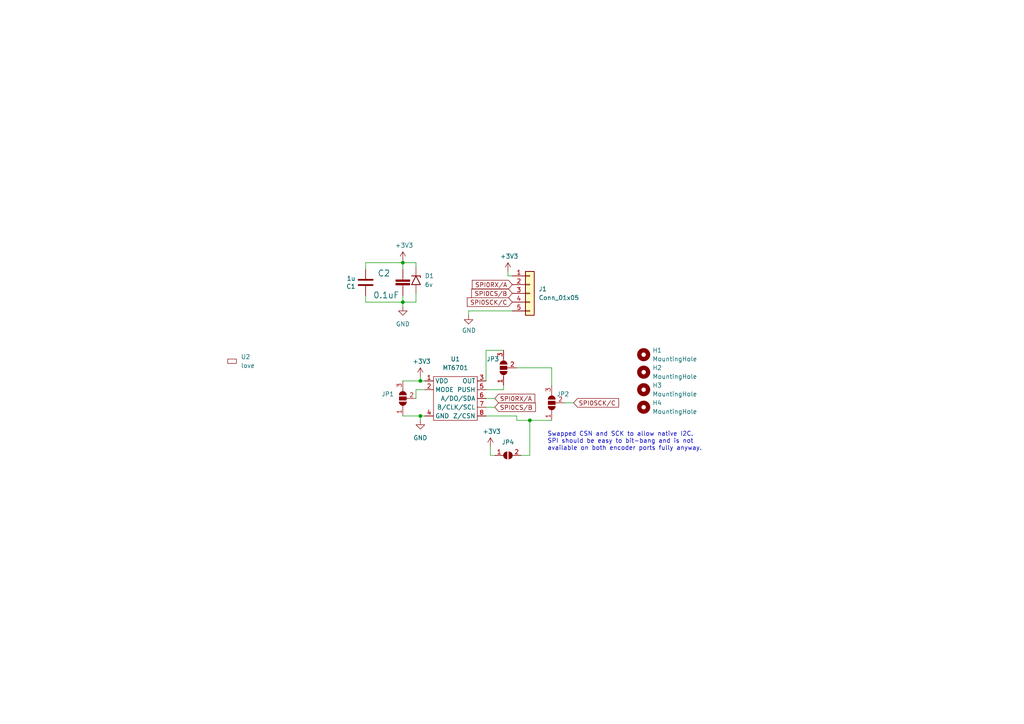
<source format=kicad_sch>
(kicad_sch (version 20211123) (generator eeschema)
  (paper "A4")
  (lib_symbols
    (symbol "Connector_Generic:Conn_01x05" (pin_names (offset 1.016) hide)
      (property "Reference" "J" (at 0 7.62 0))
      (property "Value" "Conn_01x05" (at 0 -7.62 0))
      (symbol "Conn_01x05_1_1"
        (rectangle (start -1.27 -4.953) (end 0 -5.207) (stroke (width 0.1524)))
        (rectangle (start -1.27 -2.413) (end 0 -2.667) (stroke (width 0.1524)))
        (rectangle (start -1.27 0.127) (end 0 -0.127) (stroke (width 0.1524)))
        (rectangle (start -1.27 2.667) (end 0 2.413) (stroke (width 0.1524)))
        (rectangle (start -1.27 5.207) (end 0 4.953) (stroke (width 0.1524)))
        (rectangle (start -1.27 6.35) (end 1.27 -6.35) (stroke (width 0.254)) (fill (type background)))
        (pin passive line (at -5.08 5.08 0) (length 3.81) (name "Pin_1") (number "1"))
        (pin passive line (at -5.08 2.54 0) (length 3.81) (name "Pin_2") (number "2"))
        (pin passive line (at -5.08 0 0) (length 3.81) (name "Pin_3") (number "3"))
        (pin passive line (at -5.08 -2.54 0) (length 3.81) (name "Pin_4") (number "4"))
        (pin passive line (at -5.08 -5.08 0) (length 3.81) (name "Pin_5") (number "5"))
      )
    )
    (symbol "Device:C" (pin_numbers hide) (pin_names (offset 0.254))
      (property "Reference" "C" (at 0.635 2.54 0))
      (property "Value" "C" (at 0.635 -2.54 0))
      (symbol "C_0_1"
        (polyline (pts (xy -2.032 -0.762) (xy 2.032 -0.762)) (stroke (width 0.508)))
        (polyline (pts (xy -2.032 0.762) (xy 2.032 0.762)) (stroke (width 0.508)))
      )
      (symbol "C_1_1"
        (pin passive line (at 0 3.81 270) (length 2.794) (name "~") (number "1"))
        (pin passive line (at 0 -3.81 90) (length 2.794) (name "~") (number "2"))
      )
    )
    (symbol "Diode:1.5KExxA" (pin_numbers hide) (pin_names (offset 1.016) hide)
      (property "Reference" "D" (at 0 2.54 0))
      (property "Value" "1.5KExxA" (at 0 -2.54 0))
      (symbol "1.5KExxA_0_1"
        (polyline (pts (xy -0.762 1.27) (xy -1.27 1.27) (xy -1.27 -1.27)) (stroke (width 0.254)))
        (polyline (pts (xy 1.27 1.27) (xy 1.27 -1.27) (xy -1.27 0) (xy 1.27 1.27)) (stroke (width 0.254)))
      )
      (symbol "1.5KExxA_1_1"
        (pin passive line (at -3.81 0 0) (length 2.54) (name "A1") (number "1"))
        (pin passive line (at 3.81 0 180) (length 2.54) (name "A2") (number "2"))
      )
    )
    (symbol "Jumper:SolderJumper_2_Open" (pin_names (offset 0) hide)
      (property "Reference" "JP" (at 0 2.032 0))
      (property "Value" "SolderJumper_2_Open" (at 0 -2.54 0))
      (symbol "SolderJumper_2_Open_0_1"
        (arc (start -0.254 1.016) (mid -1.27 0) (end -0.254 -1.016))
        (arc (start -0.254 1.016) (mid -1.27 0) (end -0.254 -1.016) (fill (type outline)))
        (polyline (pts (xy -0.254 1.016) (xy -0.254 -1.016)))
        (polyline (pts (xy 0.254 1.016) (xy 0.254 -1.016)))
        (arc (start 0.254 -1.016) (mid 1.27 0) (end 0.254 1.016))
        (arc (start 0.254 -1.016) (mid 1.27 0) (end 0.254 1.016) (fill (type outline)))
      )
      (symbol "SolderJumper_2_Open_1_1"
        (pin passive line (at -3.81 0 0) (length 2.54) (name "A") (number "1"))
        (pin passive line (at 3.81 0 180) (length 2.54) (name "B") (number "2"))
      )
    )
    (symbol "Jumper:SolderJumper_3_Open" (pin_names (offset 0) hide)
      (property "Reference" "JP" (at -2.54 -2.54 0))
      (property "Value" "SolderJumper_3_Open" (at 0 2.794 0))
      (symbol "SolderJumper_3_Open_0_1"
        (arc (start -1.016 1.016) (mid -2.032 0) (end -1.016 -1.016))
        (arc (start -1.016 1.016) (mid -2.032 0) (end -1.016 -1.016) (fill (type outline)))
        (rectangle (start -0.508 1.016) (end 0.508 -1.016) (fill (type outline)))
        (polyline (pts (xy -2.54 0) (xy -2.032 0)))
        (polyline (pts (xy -1.016 1.016) (xy -1.016 -1.016)))
        (polyline (pts (xy 0 -1.27) (xy 0 -1.016)))
        (polyline (pts (xy 1.016 1.016) (xy 1.016 -1.016)))
        (polyline (pts (xy 2.54 0) (xy 2.032 0)))
        (arc (start 1.016 -1.016) (mid 2.032 0) (end 1.016 1.016))
        (arc (start 1.016 -1.016) (mid 2.032 0) (end 1.016 1.016) (fill (type outline)))
      )
      (symbol "SolderJumper_3_Open_1_1"
        (pin passive line (at -5.08 0 0) (length 2.54) (name "A") (number "1"))
        (pin input line (at 0 -3.81 90) (length 2.54) (name "C") (number "2"))
        (pin passive line (at 5.08 0 180) (length 2.54) (name "B") (number "3"))
      )
    )
    (symbol "Mechanical:MountingHole" (pin_names (offset 1.016))
      (property "Reference" "H" (at 0 5.08 0))
      (property "Value" "MountingHole" (at 0 3.175 0))
      (symbol "MountingHole_0_1"
        (circle (center 0 0) (radius 1.27) (stroke (width 1.27)))
      )
    )
    (symbol "MotorController:SPARKFUN-CAPACITORS_CAP" (pin_numbers hide) (pin_names (offset 1.016) hide)
      (property "Reference" "C" (at 1.524 2.921 0))
      (property "Value" "SPARKFUN-CAPACITORS_CAP" (at 1.524 -2.159 0))
      (symbol "SPARKFUN-CAPACITORS_CAP_1_0"
        (polyline (pts (xy 0 0) (xy 0 0.508)))
        (polyline (pts (xy 0 2.54) (xy 0 2.032)))
      )
      (symbol "SPARKFUN-CAPACITORS_CAP_1_1"
        (rectangle (start -2.032 0.508) (end 2.032 1.016) (fill (type outline)))
        (rectangle (start -2.032 1.524) (end 2.032 2.032) (fill (type outline)))
        (pin passive line (at 0 5.08 270) (length 2.54) (name "1") (number "1"))
        (pin passive line (at 0 -2.54 90) (length 2.54) (name "2") (number "2"))
      )
    )
    (symbol "encoder_parts:MT6701"
      (property "Reference" "U" (at 3.81 7.62 0))
      (property "Value" "MT6701" (at -3.81 7.62 0))
      (symbol "MT6701_0_0"
        (pin power_in line (at -10.16 5.08 0) (length 2.54) (name "VDD") (number "1"))
        (pin input line (at -10.16 2.54 0) (length 2.54) (name "MODE") (number "2"))
        (pin output line (at 7.62 5.08 180) (length 2.54) (name "OUT") (number "3"))
        (pin power_in line (at -10.16 -5.08 0) (length 2.54) (name "GND") (number "4"))
        (pin output line (at 7.62 2.54 180) (length 2.54) (name "PUSH") (number "5"))
        (pin output line (at 7.62 0 180) (length 2.54) (name "A/DO/SDA") (number "6"))
        (pin output line (at 7.62 -2.54 180) (length 2.54) (name "B/CLK/SCL") (number "7"))
        (pin output line (at 7.62 -5.08 180) (length 2.54) (name "Z/CSN") (number "8"))
      )
      (symbol "MT6701_0_1"
        (rectangle (start -7.62 6.35) (end 5.08 -6.35) (stroke (width 0.1524)))
      )
    )
    (symbol "encoder_parts:love"
      (property "Reference" "U" (at -1.27 2.54 0))
      (property "Value" "love" (at 0 -1.27 0))
      (symbol "love_0_1"
        (rectangle (start -1.27 1.27) (end 1.27 0) (stroke (width 0.1524)))
      )
    )
    (symbol "power:+3V3" (power) (pin_names (offset 0))
      (property "Value" "+3V3" (at 0 3.556 0))
      (symbol "+3V3_0_1"
        (polyline (pts (xy -0.762 1.27) (xy 0 2.54)))
        (polyline (pts (xy 0 0) (xy 0 2.54)))
        (polyline (pts (xy 0 2.54) (xy 0.762 1.27)))
      )
      (symbol "+3V3_1_1"
        (pin power_in line (at 0 0 90) (length 0) hide (name "+3V3") (number "1"))
      )
    )
    (symbol "power:GND" (power) (pin_names (offset 0))
      (property "Value" "GND" (at 0 -3.81 0))
      (symbol "GND_0_1"
        (polyline (pts (xy 0 0) (xy 0 -1.27) (xy 1.27 -1.27) (xy 0 -2.54) (xy -1.27 -1.27) (xy 0 -1.27)))
      )
      (symbol "GND_1_1"
        (pin power_in line (at 0 0 270) (length 0) hide (name "GND") (number "1"))
      )
    )
  )
  (junction (at 153.67 121.92))
  (junction (at 121.92 120.65))
  (junction (at 116.84 76.2))
  (junction (at 121.92 110.49))
  (junction (at 116.84 87.63))
  (wire (pts (xy 123.19 120.65) (xy 121.92 120.65)))
  (wire (pts (xy 121.92 110.49) (xy 121.92 109.22)))
  (wire (pts (xy 140.97 110.49) (xy 140.97 101.6)))
  (wire (pts (xy 123.19 110.49) (xy 121.92 110.49)))
  (wire (pts (xy 160.02 106.68) (xy 160.02 111.76)))
  (wire (pts (xy 120.65 87.63) (xy 120.65 85.09)))
  (wire (pts (xy 116.84 87.63) (xy 120.65 87.63)))
  (wire (pts (xy 149.86 106.68) (xy 160.02 106.68)))
  (wire (pts (xy 120.65 113.03) (xy 120.65 115.57)))
  (wire (pts (xy 116.84 76.2) (xy 116.84 78.105)))
  (wire (pts (xy 140.97 113.03) (xy 146.05 113.03)))
  (wire (pts (xy 116.84 85.725) (xy 116.84 87.63)))
  (wire (pts (xy 140.97 118.11) (xy 143.51 118.11)))
  (wire (pts (xy 120.65 113.03) (xy 123.19 113.03)))
  (wire (pts (xy 146.05 113.03) (xy 146.05 111.76)))
  (wire (pts (xy 116.84 120.65) (xy 121.92 120.65)))
  (wire (pts (xy 116.84 75.565) (xy 116.84 76.2)))
  (wire (pts (xy 135.89 90.17) (xy 148.59 90.17)))
  (wire (pts (xy 135.89 90.17) (xy 135.89 91.44)))
  (wire (pts (xy 153.67 121.92) (xy 160.02 121.92)))
  (wire (pts (xy 140.97 101.6) (xy 146.05 101.6)))
  (wire (pts (xy 120.65 77.47) (xy 120.65 76.2)))
  (wire (pts (xy 121.92 120.65) (xy 121.92 121.92)))
  (wire (pts (xy 116.84 110.49) (xy 121.92 110.49)))
  (wire (pts (xy 149.86 120.65) (xy 149.86 121.92)))
  (wire (pts (xy 151.13 132.08) (xy 153.67 132.08)))
  (wire (pts (xy 106.045 76.2) (xy 106.045 78.105)))
  (wire (pts (xy 116.84 76.2) (xy 120.65 76.2)))
  (wire (pts (xy 163.83 116.84) (xy 166.37 116.84)))
  (wire (pts (xy 148.59 80.01) (xy 147.32 80.01)))
  (wire (pts (xy 140.97 115.57) (xy 143.51 115.57)))
  (wire (pts (xy 116.84 87.63) (xy 116.84 88.9)))
  (wire (pts (xy 140.97 120.65) (xy 149.86 120.65)))
  (wire (pts (xy 106.045 87.63) (xy 116.84 87.63)))
  (wire (pts (xy 142.24 132.08) (xy 142.24 129.54)))
  (wire (pts (xy 116.84 76.2) (xy 106.045 76.2)))
  (wire (pts (xy 143.51 132.08) (xy 142.24 132.08)))
  (wire (pts (xy 106.045 85.725) (xy 106.045 87.63)))
  (wire (pts (xy 147.32 80.01) (xy 147.32 78.74)))
  (wire (pts (xy 149.86 121.92) (xy 153.67 121.92)))
  (wire (pts (xy 153.67 132.08) (xy 153.67 121.92)))
  (text "Swapped CSN and SCK to allow native I2C.\nSPI should be easy to bit-bang and is not\navailable on both encoder ports fully anyway." (at 158.75 130.81 0) (effects (font (size 1.27 1.27)) (justify left bottom)))
  (global_label "SPI0CS{slash}B" (shape input) (at 143.51 118.11 0) (property "Intersheet References" "${INTERSHEET_REFS}" (effects hide)))
  (global_label "SPI0SCK{slash}C" (shape input) (at 166.37 116.84 0) (property "Intersheet References" "${INTERSHEET_REFS}" (effects hide)))
  (global_label "SPI0RX{slash}A" (shape input) (at 148.59 82.55 180) (property "Intersheet References" "${INTERSHEET_REFS}" (effects hide)))
  (global_label "SPI0CS{slash}B" (shape input) (at 148.59 85.09 180) (property "Intersheet References" "${INTERSHEET_REFS}" (effects hide)))
  (global_label "SPI0SCK{slash}C" (shape input) (at 148.59 87.63 180) (property "Intersheet References" "${INTERSHEET_REFS}" (effects hide)))
  (global_label "SPI0RX{slash}A" (shape input) (at 143.51 115.57 0) (property "Intersheet References" "${INTERSHEET_REFS}" (effects hide)))
  (symbol (lib_id "Mechanical:MountingHole") (at 186.69 118.11 0) (unit 1) (in_bom no)
    (property "Reference" "H4" (at 189.23 116.8399 0) (effects (justify left)))
    (property "Value" "MountingHole" (at 189.23 119.3799 0) (effects (justify left)))
    (property "Footprint" "parts:MountingHole_3.1mm" (effects hide))
  )
  (symbol (lib_id "Jumper:SolderJumper_3_Open") (at 160.02 116.84 90) (unit 1) (in_bom no)
    (property "Reference" "JP2" (at 165.1 114.2999 90) (effects (justify left)))
    (property "Value" "SolderJumper_3_Open" (effects hide))
    (property "Footprint" "Jumper:SolderJumper-3_P1.3mm_Open_RoundedPad1.0x1.5mm_NumberLabels" (effects hide))
  )
  (symbol (lib_id "Jumper:SolderJumper_3_Open") (at 146.05 106.68 90) (unit 1) (in_bom no)
    (property "Reference" "JP3" (at 144.78 104.1399 90) (effects (justify left)))
    (property "Value" "SolderJumper_3_Open" (effects hide))
    (property "Footprint" "Jumper:SolderJumper-3_P1.3mm_Open_RoundedPad1.0x1.5mm_NumberLabels" (effects hide))
  )
  (symbol (lib_id "power:GND") (at 116.84 88.9 0) (unit 1)
    (property "Reference" "#PWR02" (effects hide))
    (property "Value" "GND" (at 116.84 93.98 0))
  )
  (symbol (lib_id "Diode:1.5KExxA") (at 120.65 81.28 270) (unit 1)
    (property "Reference" "D1" (at 123.19 80.0099 90) (effects (justify left)))
    (property "Value" "6v" (at 123.19 82.5499 90) (effects (justify left)))
    (property "Footprint" "Diode_SMD:D_SOD-123F" (effects hide))
    (property "LCSC" "C2922753" (effects hide))
  )
  (symbol (lib_id "Connector_Generic:Conn_01x05") (at 153.67 85.09 0) (unit 1)
    (property "Reference" "J1" (at 156.21 83.8199 0) (effects (justify left)))
    (property "Value" "Conn_01x05" (at 156.21 86.3599 0) (effects (justify left)))
    (property "Footprint" "parts:Molex_KK-254_1x05_P2.54mm_Horizontal" (effects hide))
    (property "Datasheet" "https://datasheet.lcsc.com/lcsc/1810221710_BOOMELE-Boom-Precision-Elec-C45012_C45012.pdf" (effects hide))
    (property "LCSC" "C61410" (effects hide))
  )
  (symbol (lib_id "encoder_parts:MT6701") (at 133.35 115.57 0) (unit 1)
    (property "Reference" "U1" (at 132.08 104.14 0))
    (property "Value" "MT6701" (at 132.08 106.68 0))
    (property "Footprint" "Package_SO:SO-8_3.9x4.9mm_P1.27mm" (effects hide))
    (property "LCSC" "C2856764" (effects hide))
  )
  (symbol (lib_id "power:GND") (at 121.92 121.92 0) (unit 1)
    (property "Reference" "#PWR04" (effects hide))
    (property "Value" "GND" (at 121.92 127 0))
  )
  (symbol (lib_id "Jumper:SolderJumper_2_Open") (at 147.32 132.08 0) (unit 1) (in_bom no)
    (property "Reference" "JP4" (at 147.32 128.27 0))
    (property "Value" "SolderJumper_2_Open" (effects hide))
    (property "Footprint" "Jumper:SolderJumper-2_P1.3mm_Open_RoundedPad1.0x1.5mm" (effects hide))
  )
  (symbol (lib_id "power:GND") (at 135.89 91.44 0) (unit 1)
    (property "Reference" "#PWR05" (effects hide))
    (property "Value" "GND" (at 136.017 95.8342 0))
  )
  (symbol (lib_id "Mechanical:MountingHole") (at 186.69 107.95 0) (unit 1) (in_bom no)
    (property "Reference" "H2" (at 189.23 106.6799 0) (effects (justify left)))
    (property "Value" "MountingHole" (at 189.23 109.2199 0) (effects (justify left)))
    (property "Footprint" "parts:MountingHole_3.1mm" (effects hide))
  )
  (symbol (lib_id "power:+3V3") (at 147.32 78.74 0) (unit 1)
    (property "Reference" "#PWR06" (effects hide))
    (property "Value" "+3V3" (at 147.701 74.3458 0))
  )
  (symbol (lib_id "Mechanical:MountingHole") (at 186.69 113.03 0) (unit 1) (in_bom no)
    (property "Reference" "H3" (at 189.23 111.7599 0) (effects (justify left)))
    (property "Value" "MountingHole" (at 189.23 114.2999 0) (effects (justify left)))
    (property "Footprint" "parts:MountingHole_3.1mm" (effects hide))
  )
  (symbol (lib_id "Mechanical:MountingHole") (at 186.69 102.87 0) (unit 1) (in_bom no)
    (property "Reference" "H1" (at 189.23 101.5999 0) (effects (justify left)))
    (property "Value" "MountingHole" (at 189.23 104.1399 0) (effects (justify left)))
    (property "Footprint" "parts:MountingHole_3.1mm" (effects hide))
  )
  (symbol (lib_id "power:+3V3") (at 142.24 129.54 0) (unit 1)
    (property "Reference" "#PWR0101" (effects hide))
    (property "Value" "+3V3" (at 142.621 125.1458 0))
  )
  (symbol (lib_id "encoder_parts:love") (at 67.31 105.41 0) (unit 1)
    (property "Reference" "U2" (at 69.85 103.5049 0) (effects (justify left)))
    (property "Value" "love" (at 69.85 106.0449 0) (effects (justify left)))
    (property "Footprint" "parts:love_small" (effects hide))
  )
  (symbol (lib_id "power:+3V3") (at 116.84 75.565 0) (unit 1)
    (property "Reference" "#PWR01" (effects hide))
    (property "Value" "+3V3" (at 117.221 71.1708 0))
  )
  (symbol (lib_id "Device:C") (at 106.045 81.915 180) (unit 1)
    (property "Reference" "C1" (at 103.124 83.0834 0) (effects (justify left)))
    (property "Value" "1u" (at 103.124 80.772 0) (effects (justify left)))
    (property "Footprint" "Capacitor_SMD:C_0603_1608Metric" (effects hide))
    (property "LCSC" "C15849" (effects hide))
  )
  (symbol (lib_id "power:+3V3") (at 121.92 109.22 0) (unit 1)
    (property "Reference" "#PWR03" (effects hide))
    (property "Value" "+3V3" (at 122.301 104.8258 0))
  )
  (symbol (lib_id "Jumper:SolderJumper_3_Open") (at 116.84 115.57 90) (unit 1) (in_bom no)
    (property "Reference" "JP1" (at 114.3 114.2999 90) (effects (justify left)))
    (property "Value" "SolderJumper_3_Open" (effects hide))
    (property "Footprint" "Jumper:SolderJumper-3_P1.3mm_Open_RoundedPad1.0x1.5mm_NumberLabels" (effects hide))
  )
  (symbol (lib_id "MotorController:SPARKFUN-CAPACITORS_CAP") (at 116.84 83.185 0) (unit 1)
    (property "Reference" "C2" (at 109.474 80.264 0) (effects (font (size 1.778 1.778)) (justify left bottom)))
    (property "Value" "0.1uF" (at 108.1786 86.614 0) (effects (font (size 1.778 1.778)) (justify left bottom)))
    (property "Footprint" "Capacitor_SMD:C_0603_1608Metric" (effects hide))
    (property "LCSC" "C14663" (effects hide))
  )
)
</source>
